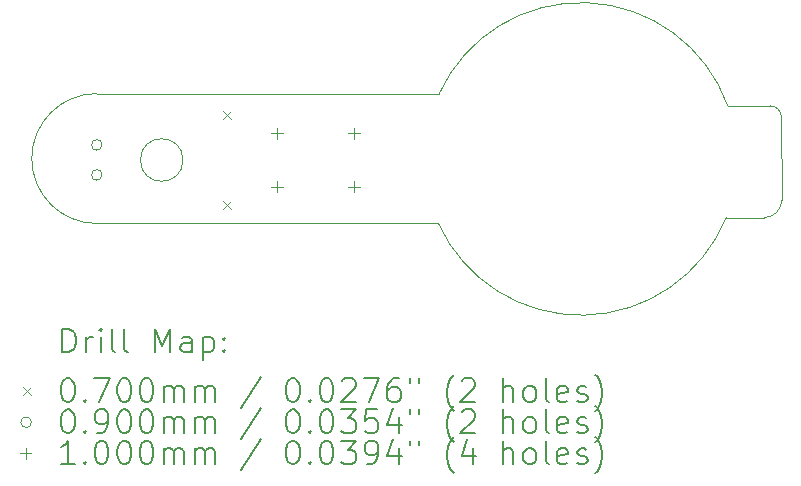
<source format=gbr>
%TF.GenerationSoftware,KiCad,Pcbnew,9.0.3*%
%TF.CreationDate,2025-08-26T14:38:20+05:30*%
%TF.ProjectId,Project 1 LED Torch,50726f6a-6563-4742-9031-204c45442054,1*%
%TF.SameCoordinates,Original*%
%TF.FileFunction,Drillmap*%
%TF.FilePolarity,Positive*%
%FSLAX45Y45*%
G04 Gerber Fmt 4.5, Leading zero omitted, Abs format (unit mm)*
G04 Created by KiCad (PCBNEW 9.0.3) date 2025-08-26 14:38:20*
%MOMM*%
%LPD*%
G01*
G04 APERTURE LIST*
%ADD10C,0.050000*%
%ADD11C,0.200000*%
%ADD12C,0.100000*%
G04 APERTURE END LIST*
D10*
X11100000Y-12800000D02*
G75*
G02*
X11100000Y-11700000I0J550000D01*
G01*
X16800000Y-11802877D02*
G75*
G02*
X16897123Y-11900000I0J-97123D01*
G01*
X16428627Y-12750000D02*
G75*
G02*
X13992927Y-12800000I-1228627J500000D01*
G01*
X11100000Y-11700000D02*
X14000000Y-11700000D01*
X11830278Y-12262500D02*
G75*
G02*
X11469722Y-12262500I-180278J0D01*
G01*
X11469722Y-12262500D02*
G75*
G02*
X11830278Y-12262500I180278J0D01*
G01*
X11100000Y-12800000D02*
X13992927Y-12800000D01*
X14000000Y-11700000D02*
G75*
G02*
X16442007Y-11802877I1200000J-550000D01*
G01*
X16428627Y-12750000D02*
X16750000Y-12750000D01*
X16897123Y-11900000D02*
X16900000Y-12600000D01*
X16900000Y-12600000D02*
G75*
G02*
X16750000Y-12750000I-150000J0D01*
G01*
X16442007Y-11802877D02*
X16800000Y-11802877D01*
D11*
D12*
X12165000Y-11846500D02*
X12235000Y-11916500D01*
X12235000Y-11846500D02*
X12165000Y-11916500D01*
X12165000Y-12608500D02*
X12235000Y-12678500D01*
X12235000Y-12608500D02*
X12165000Y-12678500D01*
X11145000Y-12135000D02*
G75*
G02*
X11055000Y-12135000I-45000J0D01*
G01*
X11055000Y-12135000D02*
G75*
G02*
X11145000Y-12135000I45000J0D01*
G01*
X11145000Y-12389000D02*
G75*
G02*
X11055000Y-12389000I-45000J0D01*
G01*
X11055000Y-12389000D02*
G75*
G02*
X11145000Y-12389000I45000J0D01*
G01*
X12625000Y-11987500D02*
X12625000Y-12087500D01*
X12575000Y-12037500D02*
X12675000Y-12037500D01*
X12625000Y-12437500D02*
X12625000Y-12537500D01*
X12575000Y-12487500D02*
X12675000Y-12487500D01*
X13275000Y-11987500D02*
X13275000Y-12087500D01*
X13225000Y-12037500D02*
X13325000Y-12037500D01*
X13275000Y-12437500D02*
X13275000Y-12537500D01*
X13225000Y-12487500D02*
X13325000Y-12487500D01*
D11*
X10808277Y-13890454D02*
X10808277Y-13690454D01*
X10808277Y-13690454D02*
X10855896Y-13690454D01*
X10855896Y-13690454D02*
X10884467Y-13699978D01*
X10884467Y-13699978D02*
X10903515Y-13719026D01*
X10903515Y-13719026D02*
X10913039Y-13738073D01*
X10913039Y-13738073D02*
X10922563Y-13776169D01*
X10922563Y-13776169D02*
X10922563Y-13804740D01*
X10922563Y-13804740D02*
X10913039Y-13842835D01*
X10913039Y-13842835D02*
X10903515Y-13861883D01*
X10903515Y-13861883D02*
X10884467Y-13880931D01*
X10884467Y-13880931D02*
X10855896Y-13890454D01*
X10855896Y-13890454D02*
X10808277Y-13890454D01*
X11008277Y-13890454D02*
X11008277Y-13757121D01*
X11008277Y-13795216D02*
X11017801Y-13776169D01*
X11017801Y-13776169D02*
X11027324Y-13766645D01*
X11027324Y-13766645D02*
X11046372Y-13757121D01*
X11046372Y-13757121D02*
X11065420Y-13757121D01*
X11132086Y-13890454D02*
X11132086Y-13757121D01*
X11132086Y-13690454D02*
X11122563Y-13699978D01*
X11122563Y-13699978D02*
X11132086Y-13709502D01*
X11132086Y-13709502D02*
X11141610Y-13699978D01*
X11141610Y-13699978D02*
X11132086Y-13690454D01*
X11132086Y-13690454D02*
X11132086Y-13709502D01*
X11255896Y-13890454D02*
X11236848Y-13880931D01*
X11236848Y-13880931D02*
X11227324Y-13861883D01*
X11227324Y-13861883D02*
X11227324Y-13690454D01*
X11360658Y-13890454D02*
X11341610Y-13880931D01*
X11341610Y-13880931D02*
X11332086Y-13861883D01*
X11332086Y-13861883D02*
X11332086Y-13690454D01*
X11589229Y-13890454D02*
X11589229Y-13690454D01*
X11589229Y-13690454D02*
X11655896Y-13833312D01*
X11655896Y-13833312D02*
X11722562Y-13690454D01*
X11722562Y-13690454D02*
X11722562Y-13890454D01*
X11903515Y-13890454D02*
X11903515Y-13785693D01*
X11903515Y-13785693D02*
X11893991Y-13766645D01*
X11893991Y-13766645D02*
X11874943Y-13757121D01*
X11874943Y-13757121D02*
X11836848Y-13757121D01*
X11836848Y-13757121D02*
X11817801Y-13766645D01*
X11903515Y-13880931D02*
X11884467Y-13890454D01*
X11884467Y-13890454D02*
X11836848Y-13890454D01*
X11836848Y-13890454D02*
X11817801Y-13880931D01*
X11817801Y-13880931D02*
X11808277Y-13861883D01*
X11808277Y-13861883D02*
X11808277Y-13842835D01*
X11808277Y-13842835D02*
X11817801Y-13823788D01*
X11817801Y-13823788D02*
X11836848Y-13814264D01*
X11836848Y-13814264D02*
X11884467Y-13814264D01*
X11884467Y-13814264D02*
X11903515Y-13804740D01*
X11998753Y-13757121D02*
X11998753Y-13957121D01*
X11998753Y-13766645D02*
X12017801Y-13757121D01*
X12017801Y-13757121D02*
X12055896Y-13757121D01*
X12055896Y-13757121D02*
X12074943Y-13766645D01*
X12074943Y-13766645D02*
X12084467Y-13776169D01*
X12084467Y-13776169D02*
X12093991Y-13795216D01*
X12093991Y-13795216D02*
X12093991Y-13852359D01*
X12093991Y-13852359D02*
X12084467Y-13871407D01*
X12084467Y-13871407D02*
X12074943Y-13880931D01*
X12074943Y-13880931D02*
X12055896Y-13890454D01*
X12055896Y-13890454D02*
X12017801Y-13890454D01*
X12017801Y-13890454D02*
X11998753Y-13880931D01*
X12179705Y-13871407D02*
X12189229Y-13880931D01*
X12189229Y-13880931D02*
X12179705Y-13890454D01*
X12179705Y-13890454D02*
X12170182Y-13880931D01*
X12170182Y-13880931D02*
X12179705Y-13871407D01*
X12179705Y-13871407D02*
X12179705Y-13890454D01*
X12179705Y-13766645D02*
X12189229Y-13776169D01*
X12189229Y-13776169D02*
X12179705Y-13785693D01*
X12179705Y-13785693D02*
X12170182Y-13776169D01*
X12170182Y-13776169D02*
X12179705Y-13766645D01*
X12179705Y-13766645D02*
X12179705Y-13785693D01*
D12*
X10477500Y-14183971D02*
X10547500Y-14253971D01*
X10547500Y-14183971D02*
X10477500Y-14253971D01*
D11*
X10846372Y-14110454D02*
X10865420Y-14110454D01*
X10865420Y-14110454D02*
X10884467Y-14119978D01*
X10884467Y-14119978D02*
X10893991Y-14129502D01*
X10893991Y-14129502D02*
X10903515Y-14148550D01*
X10903515Y-14148550D02*
X10913039Y-14186645D01*
X10913039Y-14186645D02*
X10913039Y-14234264D01*
X10913039Y-14234264D02*
X10903515Y-14272359D01*
X10903515Y-14272359D02*
X10893991Y-14291407D01*
X10893991Y-14291407D02*
X10884467Y-14300931D01*
X10884467Y-14300931D02*
X10865420Y-14310454D01*
X10865420Y-14310454D02*
X10846372Y-14310454D01*
X10846372Y-14310454D02*
X10827324Y-14300931D01*
X10827324Y-14300931D02*
X10817801Y-14291407D01*
X10817801Y-14291407D02*
X10808277Y-14272359D01*
X10808277Y-14272359D02*
X10798753Y-14234264D01*
X10798753Y-14234264D02*
X10798753Y-14186645D01*
X10798753Y-14186645D02*
X10808277Y-14148550D01*
X10808277Y-14148550D02*
X10817801Y-14129502D01*
X10817801Y-14129502D02*
X10827324Y-14119978D01*
X10827324Y-14119978D02*
X10846372Y-14110454D01*
X10998753Y-14291407D02*
X11008277Y-14300931D01*
X11008277Y-14300931D02*
X10998753Y-14310454D01*
X10998753Y-14310454D02*
X10989229Y-14300931D01*
X10989229Y-14300931D02*
X10998753Y-14291407D01*
X10998753Y-14291407D02*
X10998753Y-14310454D01*
X11074944Y-14110454D02*
X11208277Y-14110454D01*
X11208277Y-14110454D02*
X11122563Y-14310454D01*
X11322562Y-14110454D02*
X11341610Y-14110454D01*
X11341610Y-14110454D02*
X11360658Y-14119978D01*
X11360658Y-14119978D02*
X11370182Y-14129502D01*
X11370182Y-14129502D02*
X11379705Y-14148550D01*
X11379705Y-14148550D02*
X11389229Y-14186645D01*
X11389229Y-14186645D02*
X11389229Y-14234264D01*
X11389229Y-14234264D02*
X11379705Y-14272359D01*
X11379705Y-14272359D02*
X11370182Y-14291407D01*
X11370182Y-14291407D02*
X11360658Y-14300931D01*
X11360658Y-14300931D02*
X11341610Y-14310454D01*
X11341610Y-14310454D02*
X11322562Y-14310454D01*
X11322562Y-14310454D02*
X11303515Y-14300931D01*
X11303515Y-14300931D02*
X11293991Y-14291407D01*
X11293991Y-14291407D02*
X11284467Y-14272359D01*
X11284467Y-14272359D02*
X11274943Y-14234264D01*
X11274943Y-14234264D02*
X11274943Y-14186645D01*
X11274943Y-14186645D02*
X11284467Y-14148550D01*
X11284467Y-14148550D02*
X11293991Y-14129502D01*
X11293991Y-14129502D02*
X11303515Y-14119978D01*
X11303515Y-14119978D02*
X11322562Y-14110454D01*
X11513039Y-14110454D02*
X11532086Y-14110454D01*
X11532086Y-14110454D02*
X11551134Y-14119978D01*
X11551134Y-14119978D02*
X11560658Y-14129502D01*
X11560658Y-14129502D02*
X11570182Y-14148550D01*
X11570182Y-14148550D02*
X11579705Y-14186645D01*
X11579705Y-14186645D02*
X11579705Y-14234264D01*
X11579705Y-14234264D02*
X11570182Y-14272359D01*
X11570182Y-14272359D02*
X11560658Y-14291407D01*
X11560658Y-14291407D02*
X11551134Y-14300931D01*
X11551134Y-14300931D02*
X11532086Y-14310454D01*
X11532086Y-14310454D02*
X11513039Y-14310454D01*
X11513039Y-14310454D02*
X11493991Y-14300931D01*
X11493991Y-14300931D02*
X11484467Y-14291407D01*
X11484467Y-14291407D02*
X11474943Y-14272359D01*
X11474943Y-14272359D02*
X11465420Y-14234264D01*
X11465420Y-14234264D02*
X11465420Y-14186645D01*
X11465420Y-14186645D02*
X11474943Y-14148550D01*
X11474943Y-14148550D02*
X11484467Y-14129502D01*
X11484467Y-14129502D02*
X11493991Y-14119978D01*
X11493991Y-14119978D02*
X11513039Y-14110454D01*
X11665420Y-14310454D02*
X11665420Y-14177121D01*
X11665420Y-14196169D02*
X11674943Y-14186645D01*
X11674943Y-14186645D02*
X11693991Y-14177121D01*
X11693991Y-14177121D02*
X11722563Y-14177121D01*
X11722563Y-14177121D02*
X11741610Y-14186645D01*
X11741610Y-14186645D02*
X11751134Y-14205693D01*
X11751134Y-14205693D02*
X11751134Y-14310454D01*
X11751134Y-14205693D02*
X11760658Y-14186645D01*
X11760658Y-14186645D02*
X11779705Y-14177121D01*
X11779705Y-14177121D02*
X11808277Y-14177121D01*
X11808277Y-14177121D02*
X11827324Y-14186645D01*
X11827324Y-14186645D02*
X11836848Y-14205693D01*
X11836848Y-14205693D02*
X11836848Y-14310454D01*
X11932086Y-14310454D02*
X11932086Y-14177121D01*
X11932086Y-14196169D02*
X11941610Y-14186645D01*
X11941610Y-14186645D02*
X11960658Y-14177121D01*
X11960658Y-14177121D02*
X11989229Y-14177121D01*
X11989229Y-14177121D02*
X12008277Y-14186645D01*
X12008277Y-14186645D02*
X12017801Y-14205693D01*
X12017801Y-14205693D02*
X12017801Y-14310454D01*
X12017801Y-14205693D02*
X12027324Y-14186645D01*
X12027324Y-14186645D02*
X12046372Y-14177121D01*
X12046372Y-14177121D02*
X12074943Y-14177121D01*
X12074943Y-14177121D02*
X12093991Y-14186645D01*
X12093991Y-14186645D02*
X12103515Y-14205693D01*
X12103515Y-14205693D02*
X12103515Y-14310454D01*
X12493991Y-14100931D02*
X12322563Y-14358073D01*
X12751134Y-14110454D02*
X12770182Y-14110454D01*
X12770182Y-14110454D02*
X12789229Y-14119978D01*
X12789229Y-14119978D02*
X12798753Y-14129502D01*
X12798753Y-14129502D02*
X12808277Y-14148550D01*
X12808277Y-14148550D02*
X12817801Y-14186645D01*
X12817801Y-14186645D02*
X12817801Y-14234264D01*
X12817801Y-14234264D02*
X12808277Y-14272359D01*
X12808277Y-14272359D02*
X12798753Y-14291407D01*
X12798753Y-14291407D02*
X12789229Y-14300931D01*
X12789229Y-14300931D02*
X12770182Y-14310454D01*
X12770182Y-14310454D02*
X12751134Y-14310454D01*
X12751134Y-14310454D02*
X12732086Y-14300931D01*
X12732086Y-14300931D02*
X12722563Y-14291407D01*
X12722563Y-14291407D02*
X12713039Y-14272359D01*
X12713039Y-14272359D02*
X12703515Y-14234264D01*
X12703515Y-14234264D02*
X12703515Y-14186645D01*
X12703515Y-14186645D02*
X12713039Y-14148550D01*
X12713039Y-14148550D02*
X12722563Y-14129502D01*
X12722563Y-14129502D02*
X12732086Y-14119978D01*
X12732086Y-14119978D02*
X12751134Y-14110454D01*
X12903515Y-14291407D02*
X12913039Y-14300931D01*
X12913039Y-14300931D02*
X12903515Y-14310454D01*
X12903515Y-14310454D02*
X12893991Y-14300931D01*
X12893991Y-14300931D02*
X12903515Y-14291407D01*
X12903515Y-14291407D02*
X12903515Y-14310454D01*
X13036848Y-14110454D02*
X13055896Y-14110454D01*
X13055896Y-14110454D02*
X13074944Y-14119978D01*
X13074944Y-14119978D02*
X13084467Y-14129502D01*
X13084467Y-14129502D02*
X13093991Y-14148550D01*
X13093991Y-14148550D02*
X13103515Y-14186645D01*
X13103515Y-14186645D02*
X13103515Y-14234264D01*
X13103515Y-14234264D02*
X13093991Y-14272359D01*
X13093991Y-14272359D02*
X13084467Y-14291407D01*
X13084467Y-14291407D02*
X13074944Y-14300931D01*
X13074944Y-14300931D02*
X13055896Y-14310454D01*
X13055896Y-14310454D02*
X13036848Y-14310454D01*
X13036848Y-14310454D02*
X13017801Y-14300931D01*
X13017801Y-14300931D02*
X13008277Y-14291407D01*
X13008277Y-14291407D02*
X12998753Y-14272359D01*
X12998753Y-14272359D02*
X12989229Y-14234264D01*
X12989229Y-14234264D02*
X12989229Y-14186645D01*
X12989229Y-14186645D02*
X12998753Y-14148550D01*
X12998753Y-14148550D02*
X13008277Y-14129502D01*
X13008277Y-14129502D02*
X13017801Y-14119978D01*
X13017801Y-14119978D02*
X13036848Y-14110454D01*
X13179706Y-14129502D02*
X13189229Y-14119978D01*
X13189229Y-14119978D02*
X13208277Y-14110454D01*
X13208277Y-14110454D02*
X13255896Y-14110454D01*
X13255896Y-14110454D02*
X13274944Y-14119978D01*
X13274944Y-14119978D02*
X13284467Y-14129502D01*
X13284467Y-14129502D02*
X13293991Y-14148550D01*
X13293991Y-14148550D02*
X13293991Y-14167597D01*
X13293991Y-14167597D02*
X13284467Y-14196169D01*
X13284467Y-14196169D02*
X13170182Y-14310454D01*
X13170182Y-14310454D02*
X13293991Y-14310454D01*
X13360658Y-14110454D02*
X13493991Y-14110454D01*
X13493991Y-14110454D02*
X13408277Y-14310454D01*
X13655896Y-14110454D02*
X13617801Y-14110454D01*
X13617801Y-14110454D02*
X13598753Y-14119978D01*
X13598753Y-14119978D02*
X13589229Y-14129502D01*
X13589229Y-14129502D02*
X13570182Y-14158073D01*
X13570182Y-14158073D02*
X13560658Y-14196169D01*
X13560658Y-14196169D02*
X13560658Y-14272359D01*
X13560658Y-14272359D02*
X13570182Y-14291407D01*
X13570182Y-14291407D02*
X13579706Y-14300931D01*
X13579706Y-14300931D02*
X13598753Y-14310454D01*
X13598753Y-14310454D02*
X13636848Y-14310454D01*
X13636848Y-14310454D02*
X13655896Y-14300931D01*
X13655896Y-14300931D02*
X13665420Y-14291407D01*
X13665420Y-14291407D02*
X13674944Y-14272359D01*
X13674944Y-14272359D02*
X13674944Y-14224740D01*
X13674944Y-14224740D02*
X13665420Y-14205693D01*
X13665420Y-14205693D02*
X13655896Y-14196169D01*
X13655896Y-14196169D02*
X13636848Y-14186645D01*
X13636848Y-14186645D02*
X13598753Y-14186645D01*
X13598753Y-14186645D02*
X13579706Y-14196169D01*
X13579706Y-14196169D02*
X13570182Y-14205693D01*
X13570182Y-14205693D02*
X13560658Y-14224740D01*
X13751134Y-14110454D02*
X13751134Y-14148550D01*
X13827325Y-14110454D02*
X13827325Y-14148550D01*
X14122563Y-14386645D02*
X14113039Y-14377121D01*
X14113039Y-14377121D02*
X14093991Y-14348550D01*
X14093991Y-14348550D02*
X14084468Y-14329502D01*
X14084468Y-14329502D02*
X14074944Y-14300931D01*
X14074944Y-14300931D02*
X14065420Y-14253312D01*
X14065420Y-14253312D02*
X14065420Y-14215216D01*
X14065420Y-14215216D02*
X14074944Y-14167597D01*
X14074944Y-14167597D02*
X14084468Y-14139026D01*
X14084468Y-14139026D02*
X14093991Y-14119978D01*
X14093991Y-14119978D02*
X14113039Y-14091407D01*
X14113039Y-14091407D02*
X14122563Y-14081883D01*
X14189229Y-14129502D02*
X14198753Y-14119978D01*
X14198753Y-14119978D02*
X14217801Y-14110454D01*
X14217801Y-14110454D02*
X14265420Y-14110454D01*
X14265420Y-14110454D02*
X14284468Y-14119978D01*
X14284468Y-14119978D02*
X14293991Y-14129502D01*
X14293991Y-14129502D02*
X14303515Y-14148550D01*
X14303515Y-14148550D02*
X14303515Y-14167597D01*
X14303515Y-14167597D02*
X14293991Y-14196169D01*
X14293991Y-14196169D02*
X14179706Y-14310454D01*
X14179706Y-14310454D02*
X14303515Y-14310454D01*
X14541610Y-14310454D02*
X14541610Y-14110454D01*
X14627325Y-14310454D02*
X14627325Y-14205693D01*
X14627325Y-14205693D02*
X14617801Y-14186645D01*
X14617801Y-14186645D02*
X14598753Y-14177121D01*
X14598753Y-14177121D02*
X14570182Y-14177121D01*
X14570182Y-14177121D02*
X14551134Y-14186645D01*
X14551134Y-14186645D02*
X14541610Y-14196169D01*
X14751134Y-14310454D02*
X14732087Y-14300931D01*
X14732087Y-14300931D02*
X14722563Y-14291407D01*
X14722563Y-14291407D02*
X14713039Y-14272359D01*
X14713039Y-14272359D02*
X14713039Y-14215216D01*
X14713039Y-14215216D02*
X14722563Y-14196169D01*
X14722563Y-14196169D02*
X14732087Y-14186645D01*
X14732087Y-14186645D02*
X14751134Y-14177121D01*
X14751134Y-14177121D02*
X14779706Y-14177121D01*
X14779706Y-14177121D02*
X14798753Y-14186645D01*
X14798753Y-14186645D02*
X14808277Y-14196169D01*
X14808277Y-14196169D02*
X14817801Y-14215216D01*
X14817801Y-14215216D02*
X14817801Y-14272359D01*
X14817801Y-14272359D02*
X14808277Y-14291407D01*
X14808277Y-14291407D02*
X14798753Y-14300931D01*
X14798753Y-14300931D02*
X14779706Y-14310454D01*
X14779706Y-14310454D02*
X14751134Y-14310454D01*
X14932087Y-14310454D02*
X14913039Y-14300931D01*
X14913039Y-14300931D02*
X14903515Y-14281883D01*
X14903515Y-14281883D02*
X14903515Y-14110454D01*
X15084468Y-14300931D02*
X15065420Y-14310454D01*
X15065420Y-14310454D02*
X15027325Y-14310454D01*
X15027325Y-14310454D02*
X15008277Y-14300931D01*
X15008277Y-14300931D02*
X14998753Y-14281883D01*
X14998753Y-14281883D02*
X14998753Y-14205693D01*
X14998753Y-14205693D02*
X15008277Y-14186645D01*
X15008277Y-14186645D02*
X15027325Y-14177121D01*
X15027325Y-14177121D02*
X15065420Y-14177121D01*
X15065420Y-14177121D02*
X15084468Y-14186645D01*
X15084468Y-14186645D02*
X15093991Y-14205693D01*
X15093991Y-14205693D02*
X15093991Y-14224740D01*
X15093991Y-14224740D02*
X14998753Y-14243788D01*
X15170182Y-14300931D02*
X15189230Y-14310454D01*
X15189230Y-14310454D02*
X15227325Y-14310454D01*
X15227325Y-14310454D02*
X15246372Y-14300931D01*
X15246372Y-14300931D02*
X15255896Y-14281883D01*
X15255896Y-14281883D02*
X15255896Y-14272359D01*
X15255896Y-14272359D02*
X15246372Y-14253312D01*
X15246372Y-14253312D02*
X15227325Y-14243788D01*
X15227325Y-14243788D02*
X15198753Y-14243788D01*
X15198753Y-14243788D02*
X15179706Y-14234264D01*
X15179706Y-14234264D02*
X15170182Y-14215216D01*
X15170182Y-14215216D02*
X15170182Y-14205693D01*
X15170182Y-14205693D02*
X15179706Y-14186645D01*
X15179706Y-14186645D02*
X15198753Y-14177121D01*
X15198753Y-14177121D02*
X15227325Y-14177121D01*
X15227325Y-14177121D02*
X15246372Y-14186645D01*
X15322563Y-14386645D02*
X15332087Y-14377121D01*
X15332087Y-14377121D02*
X15351134Y-14348550D01*
X15351134Y-14348550D02*
X15360658Y-14329502D01*
X15360658Y-14329502D02*
X15370182Y-14300931D01*
X15370182Y-14300931D02*
X15379706Y-14253312D01*
X15379706Y-14253312D02*
X15379706Y-14215216D01*
X15379706Y-14215216D02*
X15370182Y-14167597D01*
X15370182Y-14167597D02*
X15360658Y-14139026D01*
X15360658Y-14139026D02*
X15351134Y-14119978D01*
X15351134Y-14119978D02*
X15332087Y-14091407D01*
X15332087Y-14091407D02*
X15322563Y-14081883D01*
D12*
X10547500Y-14482971D02*
G75*
G02*
X10457500Y-14482971I-45000J0D01*
G01*
X10457500Y-14482971D02*
G75*
G02*
X10547500Y-14482971I45000J0D01*
G01*
D11*
X10846372Y-14374454D02*
X10865420Y-14374454D01*
X10865420Y-14374454D02*
X10884467Y-14383978D01*
X10884467Y-14383978D02*
X10893991Y-14393502D01*
X10893991Y-14393502D02*
X10903515Y-14412550D01*
X10903515Y-14412550D02*
X10913039Y-14450645D01*
X10913039Y-14450645D02*
X10913039Y-14498264D01*
X10913039Y-14498264D02*
X10903515Y-14536359D01*
X10903515Y-14536359D02*
X10893991Y-14555407D01*
X10893991Y-14555407D02*
X10884467Y-14564931D01*
X10884467Y-14564931D02*
X10865420Y-14574454D01*
X10865420Y-14574454D02*
X10846372Y-14574454D01*
X10846372Y-14574454D02*
X10827324Y-14564931D01*
X10827324Y-14564931D02*
X10817801Y-14555407D01*
X10817801Y-14555407D02*
X10808277Y-14536359D01*
X10808277Y-14536359D02*
X10798753Y-14498264D01*
X10798753Y-14498264D02*
X10798753Y-14450645D01*
X10798753Y-14450645D02*
X10808277Y-14412550D01*
X10808277Y-14412550D02*
X10817801Y-14393502D01*
X10817801Y-14393502D02*
X10827324Y-14383978D01*
X10827324Y-14383978D02*
X10846372Y-14374454D01*
X10998753Y-14555407D02*
X11008277Y-14564931D01*
X11008277Y-14564931D02*
X10998753Y-14574454D01*
X10998753Y-14574454D02*
X10989229Y-14564931D01*
X10989229Y-14564931D02*
X10998753Y-14555407D01*
X10998753Y-14555407D02*
X10998753Y-14574454D01*
X11103515Y-14574454D02*
X11141610Y-14574454D01*
X11141610Y-14574454D02*
X11160658Y-14564931D01*
X11160658Y-14564931D02*
X11170182Y-14555407D01*
X11170182Y-14555407D02*
X11189229Y-14526835D01*
X11189229Y-14526835D02*
X11198753Y-14488740D01*
X11198753Y-14488740D02*
X11198753Y-14412550D01*
X11198753Y-14412550D02*
X11189229Y-14393502D01*
X11189229Y-14393502D02*
X11179705Y-14383978D01*
X11179705Y-14383978D02*
X11160658Y-14374454D01*
X11160658Y-14374454D02*
X11122563Y-14374454D01*
X11122563Y-14374454D02*
X11103515Y-14383978D01*
X11103515Y-14383978D02*
X11093991Y-14393502D01*
X11093991Y-14393502D02*
X11084467Y-14412550D01*
X11084467Y-14412550D02*
X11084467Y-14460169D01*
X11084467Y-14460169D02*
X11093991Y-14479216D01*
X11093991Y-14479216D02*
X11103515Y-14488740D01*
X11103515Y-14488740D02*
X11122563Y-14498264D01*
X11122563Y-14498264D02*
X11160658Y-14498264D01*
X11160658Y-14498264D02*
X11179705Y-14488740D01*
X11179705Y-14488740D02*
X11189229Y-14479216D01*
X11189229Y-14479216D02*
X11198753Y-14460169D01*
X11322562Y-14374454D02*
X11341610Y-14374454D01*
X11341610Y-14374454D02*
X11360658Y-14383978D01*
X11360658Y-14383978D02*
X11370182Y-14393502D01*
X11370182Y-14393502D02*
X11379705Y-14412550D01*
X11379705Y-14412550D02*
X11389229Y-14450645D01*
X11389229Y-14450645D02*
X11389229Y-14498264D01*
X11389229Y-14498264D02*
X11379705Y-14536359D01*
X11379705Y-14536359D02*
X11370182Y-14555407D01*
X11370182Y-14555407D02*
X11360658Y-14564931D01*
X11360658Y-14564931D02*
X11341610Y-14574454D01*
X11341610Y-14574454D02*
X11322562Y-14574454D01*
X11322562Y-14574454D02*
X11303515Y-14564931D01*
X11303515Y-14564931D02*
X11293991Y-14555407D01*
X11293991Y-14555407D02*
X11284467Y-14536359D01*
X11284467Y-14536359D02*
X11274943Y-14498264D01*
X11274943Y-14498264D02*
X11274943Y-14450645D01*
X11274943Y-14450645D02*
X11284467Y-14412550D01*
X11284467Y-14412550D02*
X11293991Y-14393502D01*
X11293991Y-14393502D02*
X11303515Y-14383978D01*
X11303515Y-14383978D02*
X11322562Y-14374454D01*
X11513039Y-14374454D02*
X11532086Y-14374454D01*
X11532086Y-14374454D02*
X11551134Y-14383978D01*
X11551134Y-14383978D02*
X11560658Y-14393502D01*
X11560658Y-14393502D02*
X11570182Y-14412550D01*
X11570182Y-14412550D02*
X11579705Y-14450645D01*
X11579705Y-14450645D02*
X11579705Y-14498264D01*
X11579705Y-14498264D02*
X11570182Y-14536359D01*
X11570182Y-14536359D02*
X11560658Y-14555407D01*
X11560658Y-14555407D02*
X11551134Y-14564931D01*
X11551134Y-14564931D02*
X11532086Y-14574454D01*
X11532086Y-14574454D02*
X11513039Y-14574454D01*
X11513039Y-14574454D02*
X11493991Y-14564931D01*
X11493991Y-14564931D02*
X11484467Y-14555407D01*
X11484467Y-14555407D02*
X11474943Y-14536359D01*
X11474943Y-14536359D02*
X11465420Y-14498264D01*
X11465420Y-14498264D02*
X11465420Y-14450645D01*
X11465420Y-14450645D02*
X11474943Y-14412550D01*
X11474943Y-14412550D02*
X11484467Y-14393502D01*
X11484467Y-14393502D02*
X11493991Y-14383978D01*
X11493991Y-14383978D02*
X11513039Y-14374454D01*
X11665420Y-14574454D02*
X11665420Y-14441121D01*
X11665420Y-14460169D02*
X11674943Y-14450645D01*
X11674943Y-14450645D02*
X11693991Y-14441121D01*
X11693991Y-14441121D02*
X11722563Y-14441121D01*
X11722563Y-14441121D02*
X11741610Y-14450645D01*
X11741610Y-14450645D02*
X11751134Y-14469693D01*
X11751134Y-14469693D02*
X11751134Y-14574454D01*
X11751134Y-14469693D02*
X11760658Y-14450645D01*
X11760658Y-14450645D02*
X11779705Y-14441121D01*
X11779705Y-14441121D02*
X11808277Y-14441121D01*
X11808277Y-14441121D02*
X11827324Y-14450645D01*
X11827324Y-14450645D02*
X11836848Y-14469693D01*
X11836848Y-14469693D02*
X11836848Y-14574454D01*
X11932086Y-14574454D02*
X11932086Y-14441121D01*
X11932086Y-14460169D02*
X11941610Y-14450645D01*
X11941610Y-14450645D02*
X11960658Y-14441121D01*
X11960658Y-14441121D02*
X11989229Y-14441121D01*
X11989229Y-14441121D02*
X12008277Y-14450645D01*
X12008277Y-14450645D02*
X12017801Y-14469693D01*
X12017801Y-14469693D02*
X12017801Y-14574454D01*
X12017801Y-14469693D02*
X12027324Y-14450645D01*
X12027324Y-14450645D02*
X12046372Y-14441121D01*
X12046372Y-14441121D02*
X12074943Y-14441121D01*
X12074943Y-14441121D02*
X12093991Y-14450645D01*
X12093991Y-14450645D02*
X12103515Y-14469693D01*
X12103515Y-14469693D02*
X12103515Y-14574454D01*
X12493991Y-14364931D02*
X12322563Y-14622073D01*
X12751134Y-14374454D02*
X12770182Y-14374454D01*
X12770182Y-14374454D02*
X12789229Y-14383978D01*
X12789229Y-14383978D02*
X12798753Y-14393502D01*
X12798753Y-14393502D02*
X12808277Y-14412550D01*
X12808277Y-14412550D02*
X12817801Y-14450645D01*
X12817801Y-14450645D02*
X12817801Y-14498264D01*
X12817801Y-14498264D02*
X12808277Y-14536359D01*
X12808277Y-14536359D02*
X12798753Y-14555407D01*
X12798753Y-14555407D02*
X12789229Y-14564931D01*
X12789229Y-14564931D02*
X12770182Y-14574454D01*
X12770182Y-14574454D02*
X12751134Y-14574454D01*
X12751134Y-14574454D02*
X12732086Y-14564931D01*
X12732086Y-14564931D02*
X12722563Y-14555407D01*
X12722563Y-14555407D02*
X12713039Y-14536359D01*
X12713039Y-14536359D02*
X12703515Y-14498264D01*
X12703515Y-14498264D02*
X12703515Y-14450645D01*
X12703515Y-14450645D02*
X12713039Y-14412550D01*
X12713039Y-14412550D02*
X12722563Y-14393502D01*
X12722563Y-14393502D02*
X12732086Y-14383978D01*
X12732086Y-14383978D02*
X12751134Y-14374454D01*
X12903515Y-14555407D02*
X12913039Y-14564931D01*
X12913039Y-14564931D02*
X12903515Y-14574454D01*
X12903515Y-14574454D02*
X12893991Y-14564931D01*
X12893991Y-14564931D02*
X12903515Y-14555407D01*
X12903515Y-14555407D02*
X12903515Y-14574454D01*
X13036848Y-14374454D02*
X13055896Y-14374454D01*
X13055896Y-14374454D02*
X13074944Y-14383978D01*
X13074944Y-14383978D02*
X13084467Y-14393502D01*
X13084467Y-14393502D02*
X13093991Y-14412550D01*
X13093991Y-14412550D02*
X13103515Y-14450645D01*
X13103515Y-14450645D02*
X13103515Y-14498264D01*
X13103515Y-14498264D02*
X13093991Y-14536359D01*
X13093991Y-14536359D02*
X13084467Y-14555407D01*
X13084467Y-14555407D02*
X13074944Y-14564931D01*
X13074944Y-14564931D02*
X13055896Y-14574454D01*
X13055896Y-14574454D02*
X13036848Y-14574454D01*
X13036848Y-14574454D02*
X13017801Y-14564931D01*
X13017801Y-14564931D02*
X13008277Y-14555407D01*
X13008277Y-14555407D02*
X12998753Y-14536359D01*
X12998753Y-14536359D02*
X12989229Y-14498264D01*
X12989229Y-14498264D02*
X12989229Y-14450645D01*
X12989229Y-14450645D02*
X12998753Y-14412550D01*
X12998753Y-14412550D02*
X13008277Y-14393502D01*
X13008277Y-14393502D02*
X13017801Y-14383978D01*
X13017801Y-14383978D02*
X13036848Y-14374454D01*
X13170182Y-14374454D02*
X13293991Y-14374454D01*
X13293991Y-14374454D02*
X13227325Y-14450645D01*
X13227325Y-14450645D02*
X13255896Y-14450645D01*
X13255896Y-14450645D02*
X13274944Y-14460169D01*
X13274944Y-14460169D02*
X13284467Y-14469693D01*
X13284467Y-14469693D02*
X13293991Y-14488740D01*
X13293991Y-14488740D02*
X13293991Y-14536359D01*
X13293991Y-14536359D02*
X13284467Y-14555407D01*
X13284467Y-14555407D02*
X13274944Y-14564931D01*
X13274944Y-14564931D02*
X13255896Y-14574454D01*
X13255896Y-14574454D02*
X13198753Y-14574454D01*
X13198753Y-14574454D02*
X13179706Y-14564931D01*
X13179706Y-14564931D02*
X13170182Y-14555407D01*
X13474944Y-14374454D02*
X13379706Y-14374454D01*
X13379706Y-14374454D02*
X13370182Y-14469693D01*
X13370182Y-14469693D02*
X13379706Y-14460169D01*
X13379706Y-14460169D02*
X13398753Y-14450645D01*
X13398753Y-14450645D02*
X13446372Y-14450645D01*
X13446372Y-14450645D02*
X13465420Y-14460169D01*
X13465420Y-14460169D02*
X13474944Y-14469693D01*
X13474944Y-14469693D02*
X13484467Y-14488740D01*
X13484467Y-14488740D02*
X13484467Y-14536359D01*
X13484467Y-14536359D02*
X13474944Y-14555407D01*
X13474944Y-14555407D02*
X13465420Y-14564931D01*
X13465420Y-14564931D02*
X13446372Y-14574454D01*
X13446372Y-14574454D02*
X13398753Y-14574454D01*
X13398753Y-14574454D02*
X13379706Y-14564931D01*
X13379706Y-14564931D02*
X13370182Y-14555407D01*
X13655896Y-14441121D02*
X13655896Y-14574454D01*
X13608277Y-14364931D02*
X13560658Y-14507788D01*
X13560658Y-14507788D02*
X13684467Y-14507788D01*
X13751134Y-14374454D02*
X13751134Y-14412550D01*
X13827325Y-14374454D02*
X13827325Y-14412550D01*
X14122563Y-14650645D02*
X14113039Y-14641121D01*
X14113039Y-14641121D02*
X14093991Y-14612550D01*
X14093991Y-14612550D02*
X14084468Y-14593502D01*
X14084468Y-14593502D02*
X14074944Y-14564931D01*
X14074944Y-14564931D02*
X14065420Y-14517312D01*
X14065420Y-14517312D02*
X14065420Y-14479216D01*
X14065420Y-14479216D02*
X14074944Y-14431597D01*
X14074944Y-14431597D02*
X14084468Y-14403026D01*
X14084468Y-14403026D02*
X14093991Y-14383978D01*
X14093991Y-14383978D02*
X14113039Y-14355407D01*
X14113039Y-14355407D02*
X14122563Y-14345883D01*
X14189229Y-14393502D02*
X14198753Y-14383978D01*
X14198753Y-14383978D02*
X14217801Y-14374454D01*
X14217801Y-14374454D02*
X14265420Y-14374454D01*
X14265420Y-14374454D02*
X14284468Y-14383978D01*
X14284468Y-14383978D02*
X14293991Y-14393502D01*
X14293991Y-14393502D02*
X14303515Y-14412550D01*
X14303515Y-14412550D02*
X14303515Y-14431597D01*
X14303515Y-14431597D02*
X14293991Y-14460169D01*
X14293991Y-14460169D02*
X14179706Y-14574454D01*
X14179706Y-14574454D02*
X14303515Y-14574454D01*
X14541610Y-14574454D02*
X14541610Y-14374454D01*
X14627325Y-14574454D02*
X14627325Y-14469693D01*
X14627325Y-14469693D02*
X14617801Y-14450645D01*
X14617801Y-14450645D02*
X14598753Y-14441121D01*
X14598753Y-14441121D02*
X14570182Y-14441121D01*
X14570182Y-14441121D02*
X14551134Y-14450645D01*
X14551134Y-14450645D02*
X14541610Y-14460169D01*
X14751134Y-14574454D02*
X14732087Y-14564931D01*
X14732087Y-14564931D02*
X14722563Y-14555407D01*
X14722563Y-14555407D02*
X14713039Y-14536359D01*
X14713039Y-14536359D02*
X14713039Y-14479216D01*
X14713039Y-14479216D02*
X14722563Y-14460169D01*
X14722563Y-14460169D02*
X14732087Y-14450645D01*
X14732087Y-14450645D02*
X14751134Y-14441121D01*
X14751134Y-14441121D02*
X14779706Y-14441121D01*
X14779706Y-14441121D02*
X14798753Y-14450645D01*
X14798753Y-14450645D02*
X14808277Y-14460169D01*
X14808277Y-14460169D02*
X14817801Y-14479216D01*
X14817801Y-14479216D02*
X14817801Y-14536359D01*
X14817801Y-14536359D02*
X14808277Y-14555407D01*
X14808277Y-14555407D02*
X14798753Y-14564931D01*
X14798753Y-14564931D02*
X14779706Y-14574454D01*
X14779706Y-14574454D02*
X14751134Y-14574454D01*
X14932087Y-14574454D02*
X14913039Y-14564931D01*
X14913039Y-14564931D02*
X14903515Y-14545883D01*
X14903515Y-14545883D02*
X14903515Y-14374454D01*
X15084468Y-14564931D02*
X15065420Y-14574454D01*
X15065420Y-14574454D02*
X15027325Y-14574454D01*
X15027325Y-14574454D02*
X15008277Y-14564931D01*
X15008277Y-14564931D02*
X14998753Y-14545883D01*
X14998753Y-14545883D02*
X14998753Y-14469693D01*
X14998753Y-14469693D02*
X15008277Y-14450645D01*
X15008277Y-14450645D02*
X15027325Y-14441121D01*
X15027325Y-14441121D02*
X15065420Y-14441121D01*
X15065420Y-14441121D02*
X15084468Y-14450645D01*
X15084468Y-14450645D02*
X15093991Y-14469693D01*
X15093991Y-14469693D02*
X15093991Y-14488740D01*
X15093991Y-14488740D02*
X14998753Y-14507788D01*
X15170182Y-14564931D02*
X15189230Y-14574454D01*
X15189230Y-14574454D02*
X15227325Y-14574454D01*
X15227325Y-14574454D02*
X15246372Y-14564931D01*
X15246372Y-14564931D02*
X15255896Y-14545883D01*
X15255896Y-14545883D02*
X15255896Y-14536359D01*
X15255896Y-14536359D02*
X15246372Y-14517312D01*
X15246372Y-14517312D02*
X15227325Y-14507788D01*
X15227325Y-14507788D02*
X15198753Y-14507788D01*
X15198753Y-14507788D02*
X15179706Y-14498264D01*
X15179706Y-14498264D02*
X15170182Y-14479216D01*
X15170182Y-14479216D02*
X15170182Y-14469693D01*
X15170182Y-14469693D02*
X15179706Y-14450645D01*
X15179706Y-14450645D02*
X15198753Y-14441121D01*
X15198753Y-14441121D02*
X15227325Y-14441121D01*
X15227325Y-14441121D02*
X15246372Y-14450645D01*
X15322563Y-14650645D02*
X15332087Y-14641121D01*
X15332087Y-14641121D02*
X15351134Y-14612550D01*
X15351134Y-14612550D02*
X15360658Y-14593502D01*
X15360658Y-14593502D02*
X15370182Y-14564931D01*
X15370182Y-14564931D02*
X15379706Y-14517312D01*
X15379706Y-14517312D02*
X15379706Y-14479216D01*
X15379706Y-14479216D02*
X15370182Y-14431597D01*
X15370182Y-14431597D02*
X15360658Y-14403026D01*
X15360658Y-14403026D02*
X15351134Y-14383978D01*
X15351134Y-14383978D02*
X15332087Y-14355407D01*
X15332087Y-14355407D02*
X15322563Y-14345883D01*
D12*
X10497500Y-14696971D02*
X10497500Y-14796971D01*
X10447500Y-14746971D02*
X10547500Y-14746971D01*
D11*
X10913039Y-14838454D02*
X10798753Y-14838454D01*
X10855896Y-14838454D02*
X10855896Y-14638454D01*
X10855896Y-14638454D02*
X10836848Y-14667026D01*
X10836848Y-14667026D02*
X10817801Y-14686073D01*
X10817801Y-14686073D02*
X10798753Y-14695597D01*
X10998753Y-14819407D02*
X11008277Y-14828931D01*
X11008277Y-14828931D02*
X10998753Y-14838454D01*
X10998753Y-14838454D02*
X10989229Y-14828931D01*
X10989229Y-14828931D02*
X10998753Y-14819407D01*
X10998753Y-14819407D02*
X10998753Y-14838454D01*
X11132086Y-14638454D02*
X11151134Y-14638454D01*
X11151134Y-14638454D02*
X11170182Y-14647978D01*
X11170182Y-14647978D02*
X11179705Y-14657502D01*
X11179705Y-14657502D02*
X11189229Y-14676550D01*
X11189229Y-14676550D02*
X11198753Y-14714645D01*
X11198753Y-14714645D02*
X11198753Y-14762264D01*
X11198753Y-14762264D02*
X11189229Y-14800359D01*
X11189229Y-14800359D02*
X11179705Y-14819407D01*
X11179705Y-14819407D02*
X11170182Y-14828931D01*
X11170182Y-14828931D02*
X11151134Y-14838454D01*
X11151134Y-14838454D02*
X11132086Y-14838454D01*
X11132086Y-14838454D02*
X11113039Y-14828931D01*
X11113039Y-14828931D02*
X11103515Y-14819407D01*
X11103515Y-14819407D02*
X11093991Y-14800359D01*
X11093991Y-14800359D02*
X11084467Y-14762264D01*
X11084467Y-14762264D02*
X11084467Y-14714645D01*
X11084467Y-14714645D02*
X11093991Y-14676550D01*
X11093991Y-14676550D02*
X11103515Y-14657502D01*
X11103515Y-14657502D02*
X11113039Y-14647978D01*
X11113039Y-14647978D02*
X11132086Y-14638454D01*
X11322562Y-14638454D02*
X11341610Y-14638454D01*
X11341610Y-14638454D02*
X11360658Y-14647978D01*
X11360658Y-14647978D02*
X11370182Y-14657502D01*
X11370182Y-14657502D02*
X11379705Y-14676550D01*
X11379705Y-14676550D02*
X11389229Y-14714645D01*
X11389229Y-14714645D02*
X11389229Y-14762264D01*
X11389229Y-14762264D02*
X11379705Y-14800359D01*
X11379705Y-14800359D02*
X11370182Y-14819407D01*
X11370182Y-14819407D02*
X11360658Y-14828931D01*
X11360658Y-14828931D02*
X11341610Y-14838454D01*
X11341610Y-14838454D02*
X11322562Y-14838454D01*
X11322562Y-14838454D02*
X11303515Y-14828931D01*
X11303515Y-14828931D02*
X11293991Y-14819407D01*
X11293991Y-14819407D02*
X11284467Y-14800359D01*
X11284467Y-14800359D02*
X11274943Y-14762264D01*
X11274943Y-14762264D02*
X11274943Y-14714645D01*
X11274943Y-14714645D02*
X11284467Y-14676550D01*
X11284467Y-14676550D02*
X11293991Y-14657502D01*
X11293991Y-14657502D02*
X11303515Y-14647978D01*
X11303515Y-14647978D02*
X11322562Y-14638454D01*
X11513039Y-14638454D02*
X11532086Y-14638454D01*
X11532086Y-14638454D02*
X11551134Y-14647978D01*
X11551134Y-14647978D02*
X11560658Y-14657502D01*
X11560658Y-14657502D02*
X11570182Y-14676550D01*
X11570182Y-14676550D02*
X11579705Y-14714645D01*
X11579705Y-14714645D02*
X11579705Y-14762264D01*
X11579705Y-14762264D02*
X11570182Y-14800359D01*
X11570182Y-14800359D02*
X11560658Y-14819407D01*
X11560658Y-14819407D02*
X11551134Y-14828931D01*
X11551134Y-14828931D02*
X11532086Y-14838454D01*
X11532086Y-14838454D02*
X11513039Y-14838454D01*
X11513039Y-14838454D02*
X11493991Y-14828931D01*
X11493991Y-14828931D02*
X11484467Y-14819407D01*
X11484467Y-14819407D02*
X11474943Y-14800359D01*
X11474943Y-14800359D02*
X11465420Y-14762264D01*
X11465420Y-14762264D02*
X11465420Y-14714645D01*
X11465420Y-14714645D02*
X11474943Y-14676550D01*
X11474943Y-14676550D02*
X11484467Y-14657502D01*
X11484467Y-14657502D02*
X11493991Y-14647978D01*
X11493991Y-14647978D02*
X11513039Y-14638454D01*
X11665420Y-14838454D02*
X11665420Y-14705121D01*
X11665420Y-14724169D02*
X11674943Y-14714645D01*
X11674943Y-14714645D02*
X11693991Y-14705121D01*
X11693991Y-14705121D02*
X11722563Y-14705121D01*
X11722563Y-14705121D02*
X11741610Y-14714645D01*
X11741610Y-14714645D02*
X11751134Y-14733693D01*
X11751134Y-14733693D02*
X11751134Y-14838454D01*
X11751134Y-14733693D02*
X11760658Y-14714645D01*
X11760658Y-14714645D02*
X11779705Y-14705121D01*
X11779705Y-14705121D02*
X11808277Y-14705121D01*
X11808277Y-14705121D02*
X11827324Y-14714645D01*
X11827324Y-14714645D02*
X11836848Y-14733693D01*
X11836848Y-14733693D02*
X11836848Y-14838454D01*
X11932086Y-14838454D02*
X11932086Y-14705121D01*
X11932086Y-14724169D02*
X11941610Y-14714645D01*
X11941610Y-14714645D02*
X11960658Y-14705121D01*
X11960658Y-14705121D02*
X11989229Y-14705121D01*
X11989229Y-14705121D02*
X12008277Y-14714645D01*
X12008277Y-14714645D02*
X12017801Y-14733693D01*
X12017801Y-14733693D02*
X12017801Y-14838454D01*
X12017801Y-14733693D02*
X12027324Y-14714645D01*
X12027324Y-14714645D02*
X12046372Y-14705121D01*
X12046372Y-14705121D02*
X12074943Y-14705121D01*
X12074943Y-14705121D02*
X12093991Y-14714645D01*
X12093991Y-14714645D02*
X12103515Y-14733693D01*
X12103515Y-14733693D02*
X12103515Y-14838454D01*
X12493991Y-14628931D02*
X12322563Y-14886073D01*
X12751134Y-14638454D02*
X12770182Y-14638454D01*
X12770182Y-14638454D02*
X12789229Y-14647978D01*
X12789229Y-14647978D02*
X12798753Y-14657502D01*
X12798753Y-14657502D02*
X12808277Y-14676550D01*
X12808277Y-14676550D02*
X12817801Y-14714645D01*
X12817801Y-14714645D02*
X12817801Y-14762264D01*
X12817801Y-14762264D02*
X12808277Y-14800359D01*
X12808277Y-14800359D02*
X12798753Y-14819407D01*
X12798753Y-14819407D02*
X12789229Y-14828931D01*
X12789229Y-14828931D02*
X12770182Y-14838454D01*
X12770182Y-14838454D02*
X12751134Y-14838454D01*
X12751134Y-14838454D02*
X12732086Y-14828931D01*
X12732086Y-14828931D02*
X12722563Y-14819407D01*
X12722563Y-14819407D02*
X12713039Y-14800359D01*
X12713039Y-14800359D02*
X12703515Y-14762264D01*
X12703515Y-14762264D02*
X12703515Y-14714645D01*
X12703515Y-14714645D02*
X12713039Y-14676550D01*
X12713039Y-14676550D02*
X12722563Y-14657502D01*
X12722563Y-14657502D02*
X12732086Y-14647978D01*
X12732086Y-14647978D02*
X12751134Y-14638454D01*
X12903515Y-14819407D02*
X12913039Y-14828931D01*
X12913039Y-14828931D02*
X12903515Y-14838454D01*
X12903515Y-14838454D02*
X12893991Y-14828931D01*
X12893991Y-14828931D02*
X12903515Y-14819407D01*
X12903515Y-14819407D02*
X12903515Y-14838454D01*
X13036848Y-14638454D02*
X13055896Y-14638454D01*
X13055896Y-14638454D02*
X13074944Y-14647978D01*
X13074944Y-14647978D02*
X13084467Y-14657502D01*
X13084467Y-14657502D02*
X13093991Y-14676550D01*
X13093991Y-14676550D02*
X13103515Y-14714645D01*
X13103515Y-14714645D02*
X13103515Y-14762264D01*
X13103515Y-14762264D02*
X13093991Y-14800359D01*
X13093991Y-14800359D02*
X13084467Y-14819407D01*
X13084467Y-14819407D02*
X13074944Y-14828931D01*
X13074944Y-14828931D02*
X13055896Y-14838454D01*
X13055896Y-14838454D02*
X13036848Y-14838454D01*
X13036848Y-14838454D02*
X13017801Y-14828931D01*
X13017801Y-14828931D02*
X13008277Y-14819407D01*
X13008277Y-14819407D02*
X12998753Y-14800359D01*
X12998753Y-14800359D02*
X12989229Y-14762264D01*
X12989229Y-14762264D02*
X12989229Y-14714645D01*
X12989229Y-14714645D02*
X12998753Y-14676550D01*
X12998753Y-14676550D02*
X13008277Y-14657502D01*
X13008277Y-14657502D02*
X13017801Y-14647978D01*
X13017801Y-14647978D02*
X13036848Y-14638454D01*
X13170182Y-14638454D02*
X13293991Y-14638454D01*
X13293991Y-14638454D02*
X13227325Y-14714645D01*
X13227325Y-14714645D02*
X13255896Y-14714645D01*
X13255896Y-14714645D02*
X13274944Y-14724169D01*
X13274944Y-14724169D02*
X13284467Y-14733693D01*
X13284467Y-14733693D02*
X13293991Y-14752740D01*
X13293991Y-14752740D02*
X13293991Y-14800359D01*
X13293991Y-14800359D02*
X13284467Y-14819407D01*
X13284467Y-14819407D02*
X13274944Y-14828931D01*
X13274944Y-14828931D02*
X13255896Y-14838454D01*
X13255896Y-14838454D02*
X13198753Y-14838454D01*
X13198753Y-14838454D02*
X13179706Y-14828931D01*
X13179706Y-14828931D02*
X13170182Y-14819407D01*
X13389229Y-14838454D02*
X13427325Y-14838454D01*
X13427325Y-14838454D02*
X13446372Y-14828931D01*
X13446372Y-14828931D02*
X13455896Y-14819407D01*
X13455896Y-14819407D02*
X13474944Y-14790835D01*
X13474944Y-14790835D02*
X13484467Y-14752740D01*
X13484467Y-14752740D02*
X13484467Y-14676550D01*
X13484467Y-14676550D02*
X13474944Y-14657502D01*
X13474944Y-14657502D02*
X13465420Y-14647978D01*
X13465420Y-14647978D02*
X13446372Y-14638454D01*
X13446372Y-14638454D02*
X13408277Y-14638454D01*
X13408277Y-14638454D02*
X13389229Y-14647978D01*
X13389229Y-14647978D02*
X13379706Y-14657502D01*
X13379706Y-14657502D02*
X13370182Y-14676550D01*
X13370182Y-14676550D02*
X13370182Y-14724169D01*
X13370182Y-14724169D02*
X13379706Y-14743216D01*
X13379706Y-14743216D02*
X13389229Y-14752740D01*
X13389229Y-14752740D02*
X13408277Y-14762264D01*
X13408277Y-14762264D02*
X13446372Y-14762264D01*
X13446372Y-14762264D02*
X13465420Y-14752740D01*
X13465420Y-14752740D02*
X13474944Y-14743216D01*
X13474944Y-14743216D02*
X13484467Y-14724169D01*
X13655896Y-14705121D02*
X13655896Y-14838454D01*
X13608277Y-14628931D02*
X13560658Y-14771788D01*
X13560658Y-14771788D02*
X13684467Y-14771788D01*
X13751134Y-14638454D02*
X13751134Y-14676550D01*
X13827325Y-14638454D02*
X13827325Y-14676550D01*
X14122563Y-14914645D02*
X14113039Y-14905121D01*
X14113039Y-14905121D02*
X14093991Y-14876550D01*
X14093991Y-14876550D02*
X14084468Y-14857502D01*
X14084468Y-14857502D02*
X14074944Y-14828931D01*
X14074944Y-14828931D02*
X14065420Y-14781312D01*
X14065420Y-14781312D02*
X14065420Y-14743216D01*
X14065420Y-14743216D02*
X14074944Y-14695597D01*
X14074944Y-14695597D02*
X14084468Y-14667026D01*
X14084468Y-14667026D02*
X14093991Y-14647978D01*
X14093991Y-14647978D02*
X14113039Y-14619407D01*
X14113039Y-14619407D02*
X14122563Y-14609883D01*
X14284468Y-14705121D02*
X14284468Y-14838454D01*
X14236848Y-14628931D02*
X14189229Y-14771788D01*
X14189229Y-14771788D02*
X14313039Y-14771788D01*
X14541610Y-14838454D02*
X14541610Y-14638454D01*
X14627325Y-14838454D02*
X14627325Y-14733693D01*
X14627325Y-14733693D02*
X14617801Y-14714645D01*
X14617801Y-14714645D02*
X14598753Y-14705121D01*
X14598753Y-14705121D02*
X14570182Y-14705121D01*
X14570182Y-14705121D02*
X14551134Y-14714645D01*
X14551134Y-14714645D02*
X14541610Y-14724169D01*
X14751134Y-14838454D02*
X14732087Y-14828931D01*
X14732087Y-14828931D02*
X14722563Y-14819407D01*
X14722563Y-14819407D02*
X14713039Y-14800359D01*
X14713039Y-14800359D02*
X14713039Y-14743216D01*
X14713039Y-14743216D02*
X14722563Y-14724169D01*
X14722563Y-14724169D02*
X14732087Y-14714645D01*
X14732087Y-14714645D02*
X14751134Y-14705121D01*
X14751134Y-14705121D02*
X14779706Y-14705121D01*
X14779706Y-14705121D02*
X14798753Y-14714645D01*
X14798753Y-14714645D02*
X14808277Y-14724169D01*
X14808277Y-14724169D02*
X14817801Y-14743216D01*
X14817801Y-14743216D02*
X14817801Y-14800359D01*
X14817801Y-14800359D02*
X14808277Y-14819407D01*
X14808277Y-14819407D02*
X14798753Y-14828931D01*
X14798753Y-14828931D02*
X14779706Y-14838454D01*
X14779706Y-14838454D02*
X14751134Y-14838454D01*
X14932087Y-14838454D02*
X14913039Y-14828931D01*
X14913039Y-14828931D02*
X14903515Y-14809883D01*
X14903515Y-14809883D02*
X14903515Y-14638454D01*
X15084468Y-14828931D02*
X15065420Y-14838454D01*
X15065420Y-14838454D02*
X15027325Y-14838454D01*
X15027325Y-14838454D02*
X15008277Y-14828931D01*
X15008277Y-14828931D02*
X14998753Y-14809883D01*
X14998753Y-14809883D02*
X14998753Y-14733693D01*
X14998753Y-14733693D02*
X15008277Y-14714645D01*
X15008277Y-14714645D02*
X15027325Y-14705121D01*
X15027325Y-14705121D02*
X15065420Y-14705121D01*
X15065420Y-14705121D02*
X15084468Y-14714645D01*
X15084468Y-14714645D02*
X15093991Y-14733693D01*
X15093991Y-14733693D02*
X15093991Y-14752740D01*
X15093991Y-14752740D02*
X14998753Y-14771788D01*
X15170182Y-14828931D02*
X15189230Y-14838454D01*
X15189230Y-14838454D02*
X15227325Y-14838454D01*
X15227325Y-14838454D02*
X15246372Y-14828931D01*
X15246372Y-14828931D02*
X15255896Y-14809883D01*
X15255896Y-14809883D02*
X15255896Y-14800359D01*
X15255896Y-14800359D02*
X15246372Y-14781312D01*
X15246372Y-14781312D02*
X15227325Y-14771788D01*
X15227325Y-14771788D02*
X15198753Y-14771788D01*
X15198753Y-14771788D02*
X15179706Y-14762264D01*
X15179706Y-14762264D02*
X15170182Y-14743216D01*
X15170182Y-14743216D02*
X15170182Y-14733693D01*
X15170182Y-14733693D02*
X15179706Y-14714645D01*
X15179706Y-14714645D02*
X15198753Y-14705121D01*
X15198753Y-14705121D02*
X15227325Y-14705121D01*
X15227325Y-14705121D02*
X15246372Y-14714645D01*
X15322563Y-14914645D02*
X15332087Y-14905121D01*
X15332087Y-14905121D02*
X15351134Y-14876550D01*
X15351134Y-14876550D02*
X15360658Y-14857502D01*
X15360658Y-14857502D02*
X15370182Y-14828931D01*
X15370182Y-14828931D02*
X15379706Y-14781312D01*
X15379706Y-14781312D02*
X15379706Y-14743216D01*
X15379706Y-14743216D02*
X15370182Y-14695597D01*
X15370182Y-14695597D02*
X15360658Y-14667026D01*
X15360658Y-14667026D02*
X15351134Y-14647978D01*
X15351134Y-14647978D02*
X15332087Y-14619407D01*
X15332087Y-14619407D02*
X15322563Y-14609883D01*
M02*

</source>
